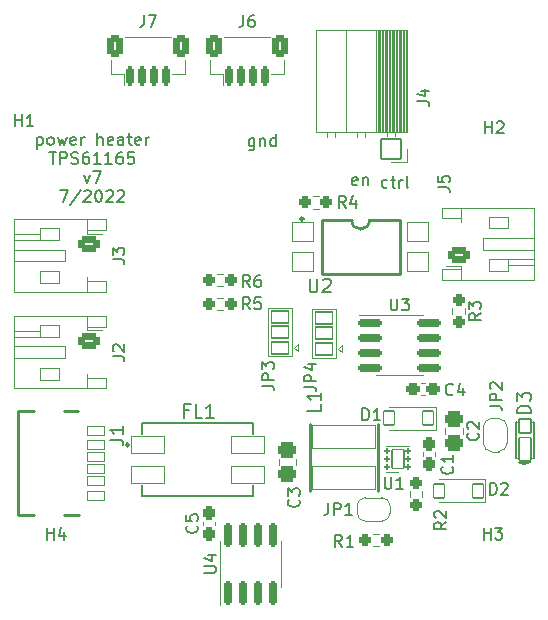
<source format=gbr>
%TF.GenerationSoftware,KiCad,Pcbnew,(6.0.4-0)*%
%TF.CreationDate,2023-08-08T15:54:36-06:00*%
%TF.ProjectId,TPS61165-heater-v8,54505336-3131-4363-952d-686561746572,rev?*%
%TF.SameCoordinates,Original*%
%TF.FileFunction,Legend,Top*%
%TF.FilePolarity,Positive*%
%FSLAX46Y46*%
G04 Gerber Fmt 4.6, Leading zero omitted, Abs format (unit mm)*
G04 Created by KiCad (PCBNEW (6.0.4-0)) date 2023-08-08 15:54:36*
%MOMM*%
%LPD*%
G01*
G04 APERTURE LIST*
G04 Aperture macros list*
%AMRoundRect*
0 Rectangle with rounded corners*
0 $1 Rounding radius*
0 $2 $3 $4 $5 $6 $7 $8 $9 X,Y pos of 4 corners*
0 Add a 4 corners polygon primitive as box body*
4,1,4,$2,$3,$4,$5,$6,$7,$8,$9,$2,$3,0*
0 Add four circle primitives for the rounded corners*
1,1,$1+$1,$2,$3*
1,1,$1+$1,$4,$5*
1,1,$1+$1,$6,$7*
1,1,$1+$1,$8,$9*
0 Add four rect primitives between the rounded corners*
20,1,$1+$1,$2,$3,$4,$5,0*
20,1,$1+$1,$4,$5,$6,$7,0*
20,1,$1+$1,$6,$7,$8,$9,0*
20,1,$1+$1,$8,$9,$2,$3,0*%
%AMFreePoly0*
4,1,37,0.536062,0.786062,0.551000,0.750000,0.551000,-0.750000,0.536062,-0.786062,0.500000,-0.801000,0.000000,-0.801000,-0.012525,-0.795812,-0.080875,-0.794559,-0.095149,-0.792248,-0.230464,-0.749973,-0.243516,-0.743747,-0.361526,-0.665192,-0.372306,-0.655554,-0.463526,-0.547035,-0.471167,-0.534759,-0.528262,-0.405000,-0.532150,-0.391073,-0.549733,-0.256613,-0.548336,-0.256430,-0.551000,-0.250000,
-0.551000,0.250000,-0.550512,0.251179,-0.550356,0.263956,-0.528545,0.404033,-0.524317,0.417860,-0.464069,0.546185,-0.456130,0.558271,-0.362286,0.664529,-0.351274,0.673901,-0.231379,0.749549,-0.218180,0.755454,-0.081873,0.794411,-0.067546,0.796373,-0.011990,0.796033,0.000000,0.801000,0.500000,0.801000,0.536062,0.786062,0.536062,0.786062,$1*%
%AMFreePoly1*
4,1,37,0.012349,0.795885,0.074216,0.795507,0.088518,0.793370,0.224339,0.752751,0.237465,0.746685,0.356427,0.669578,0.367324,0.660073,0.459862,0.552676,0.467652,0.540494,0.526329,0.411442,0.530388,0.397563,0.550485,0.257230,0.551000,0.250000,0.551000,-0.250000,0.550996,-0.250622,0.550847,-0.262838,0.550144,-0.270677,0.526624,-0.410478,0.522228,-0.424254,0.460416,-0.551833,
0.452330,-0.563821,0.357195,-0.668925,0.346069,-0.678161,0.225259,-0.752338,0.211989,-0.758081,0.075216,-0.795370,0.060866,-0.797157,0.011464,-0.796251,0.000000,-0.801000,-0.500000,-0.801000,-0.536062,-0.786062,-0.551000,-0.750000,-0.551000,0.750000,-0.536062,0.786062,-0.500000,0.801000,0.000000,0.801000,0.012349,0.795885,0.012349,0.795885,$1*%
G04 Aperture macros list end*
%ADD10C,0.150000*%
%ADD11C,0.152000*%
%ADD12C,0.120000*%
%ADD13C,0.254000*%
%ADD14C,0.250000*%
%ADD15RoundRect,0.201000X0.150000X-0.825000X0.150000X0.825000X-0.150000X0.825000X-0.150000X-0.825000X0*%
%ADD16RoundRect,0.288500X-0.250000X-0.237500X0.250000X-0.237500X0.250000X0.237500X-0.250000X0.237500X0*%
%ADD17RoundRect,0.288500X0.250000X0.237500X-0.250000X0.237500X-0.250000X-0.237500X0.250000X-0.237500X0*%
%ADD18RoundRect,0.288500X-0.237500X0.250000X-0.237500X-0.250000X0.237500X-0.250000X0.237500X0.250000X0*%
%ADD19RoundRect,0.288500X0.237500X-0.300000X0.237500X0.300000X-0.237500X0.300000X-0.237500X-0.300000X0*%
%ADD20RoundRect,0.288500X-0.300000X-0.237500X0.300000X-0.237500X0.300000X0.237500X-0.300000X0.237500X0*%
%ADD21RoundRect,0.301000X0.475000X-0.337500X0.475000X0.337500X-0.475000X0.337500X-0.475000X-0.337500X0*%
%ADD22RoundRect,0.301000X-0.475000X0.337500X-0.475000X-0.337500X0.475000X-0.337500X0.475000X0.337500X0*%
%ADD23RoundRect,0.301000X-0.625000X0.350000X-0.625000X-0.350000X0.625000X-0.350000X0.625000X0.350000X0*%
%ADD24O,1.852000X1.302000*%
%ADD25RoundRect,0.301000X0.625000X-0.350000X0.625000X0.350000X-0.625000X0.350000X-0.625000X-0.350000X0*%
%ADD26O,1.902000X1.202000*%
%ADD27RoundRect,0.051000X-0.750000X0.350000X-0.750000X-0.350000X0.750000X-0.350000X0.750000X0.350000X0*%
%ADD28RoundRect,0.051000X-0.750000X0.380000X-0.750000X-0.380000X0.750000X-0.380000X0.750000X0.380000X0*%
%ADD29RoundRect,0.051000X-0.750000X0.400000X-0.750000X-0.400000X0.750000X-0.400000X0.750000X0.400000X0*%
%ADD30RoundRect,0.144750X0.093750X0.106250X-0.093750X0.106250X-0.093750X-0.106250X0.093750X-0.106250X0*%
%ADD31RoundRect,0.051000X0.500000X0.800000X-0.500000X0.800000X-0.500000X-0.800000X0.500000X-0.800000X0*%
%ADD32RoundRect,0.051000X2.650000X-1.000000X2.650000X1.000000X-2.650000X1.000000X-2.650000X-1.000000X0*%
%ADD33RoundRect,0.051000X-1.412500X-0.700000X1.412500X-0.700000X1.412500X0.700000X-1.412500X0.700000X0*%
%ADD34RoundRect,0.051000X0.450000X0.600000X-0.450000X0.600000X-0.450000X-0.600000X0.450000X-0.600000X0*%
%ADD35RoundRect,0.051000X-0.850000X0.850000X-0.850000X-0.850000X0.850000X-0.850000X0.850000X0.850000X0*%
%ADD36O,1.802000X1.802000*%
%ADD37RoundRect,0.051000X0.900000X0.800000X-0.900000X0.800000X-0.900000X-0.800000X0.900000X-0.800000X0*%
%ADD38RoundRect,0.201000X-0.150000X-0.625000X0.150000X-0.625000X0.150000X0.625000X-0.150000X0.625000X0*%
%ADD39RoundRect,0.301000X-0.350000X-0.650000X0.350000X-0.650000X0.350000X0.650000X-0.350000X0.650000X0*%
%ADD40RoundRect,0.051000X0.750000X-0.500000X0.750000X0.500000X-0.750000X0.500000X-0.750000X-0.500000X0*%
%ADD41FreePoly0,90.000000*%
%ADD42FreePoly1,90.000000*%
%ADD43RoundRect,0.201000X-0.825000X-0.150000X0.825000X-0.150000X0.825000X0.150000X-0.825000X0.150000X0*%
%ADD44RoundRect,0.051000X-0.505000X0.950000X-0.505000X-0.950000X0.505000X-0.950000X0.505000X0.950000X0*%
%ADD45RoundRect,0.051000X-0.505000X0.590000X-0.505000X-0.590000X0.505000X-0.590000X0.505000X0.590000X0*%
%ADD46C,3.702000*%
%ADD47C,6.502000*%
%ADD48FreePoly0,0.000000*%
%ADD49FreePoly1,0.000000*%
G04 APERTURE END LIST*
D10*
X144538095Y-60204761D02*
X144442857Y-60252380D01*
X144252380Y-60252380D01*
X144157142Y-60204761D01*
X144109523Y-60109523D01*
X144109523Y-59728571D01*
X144157142Y-59633333D01*
X144252380Y-59585714D01*
X144442857Y-59585714D01*
X144538095Y-59633333D01*
X144585714Y-59728571D01*
X144585714Y-59823809D01*
X144109523Y-59919047D01*
X145014285Y-59585714D02*
X145014285Y-60252380D01*
X145014285Y-59680952D02*
X145061904Y-59633333D01*
X145157142Y-59585714D01*
X145300000Y-59585714D01*
X145395238Y-59633333D01*
X145442857Y-59728571D01*
X145442857Y-60252380D01*
X135809523Y-56285714D02*
X135809523Y-57095238D01*
X135761904Y-57190476D01*
X135714285Y-57238095D01*
X135619047Y-57285714D01*
X135476190Y-57285714D01*
X135380952Y-57238095D01*
X135809523Y-56904761D02*
X135714285Y-56952380D01*
X135523809Y-56952380D01*
X135428571Y-56904761D01*
X135380952Y-56857142D01*
X135333333Y-56761904D01*
X135333333Y-56476190D01*
X135380952Y-56380952D01*
X135428571Y-56333333D01*
X135523809Y-56285714D01*
X135714285Y-56285714D01*
X135809523Y-56333333D01*
X136285714Y-56285714D02*
X136285714Y-56952380D01*
X136285714Y-56380952D02*
X136333333Y-56333333D01*
X136428571Y-56285714D01*
X136571428Y-56285714D01*
X136666666Y-56333333D01*
X136714285Y-56428571D01*
X136714285Y-56952380D01*
X137619047Y-56952380D02*
X137619047Y-55952380D01*
X137619047Y-56904761D02*
X137523809Y-56952380D01*
X137333333Y-56952380D01*
X137238095Y-56904761D01*
X137190476Y-56857142D01*
X137142857Y-56761904D01*
X137142857Y-56476190D01*
X137190476Y-56380952D01*
X137238095Y-56333333D01*
X137333333Y-56285714D01*
X137523809Y-56285714D01*
X137619047Y-56333333D01*
X147080952Y-60404761D02*
X146985714Y-60452380D01*
X146795238Y-60452380D01*
X146700000Y-60404761D01*
X146652380Y-60357142D01*
X146604761Y-60261904D01*
X146604761Y-59976190D01*
X146652380Y-59880952D01*
X146700000Y-59833333D01*
X146795238Y-59785714D01*
X146985714Y-59785714D01*
X147080952Y-59833333D01*
X147366666Y-59785714D02*
X147747619Y-59785714D01*
X147509523Y-59452380D02*
X147509523Y-60309523D01*
X147557142Y-60404761D01*
X147652380Y-60452380D01*
X147747619Y-60452380D01*
X148080952Y-60452380D02*
X148080952Y-59785714D01*
X148080952Y-59976190D02*
X148128571Y-59880952D01*
X148176190Y-59833333D01*
X148271428Y-59785714D01*
X148366666Y-59785714D01*
X148842857Y-60452380D02*
X148747619Y-60404761D01*
X148700000Y-60309523D01*
X148700000Y-59452380D01*
X117433333Y-56170714D02*
X117433333Y-57170714D01*
X117433333Y-56218333D02*
X117528571Y-56170714D01*
X117719047Y-56170714D01*
X117814285Y-56218333D01*
X117861904Y-56265952D01*
X117909523Y-56361190D01*
X117909523Y-56646904D01*
X117861904Y-56742142D01*
X117814285Y-56789761D01*
X117719047Y-56837380D01*
X117528571Y-56837380D01*
X117433333Y-56789761D01*
X118480952Y-56837380D02*
X118385714Y-56789761D01*
X118338095Y-56742142D01*
X118290476Y-56646904D01*
X118290476Y-56361190D01*
X118338095Y-56265952D01*
X118385714Y-56218333D01*
X118480952Y-56170714D01*
X118623809Y-56170714D01*
X118719047Y-56218333D01*
X118766666Y-56265952D01*
X118814285Y-56361190D01*
X118814285Y-56646904D01*
X118766666Y-56742142D01*
X118719047Y-56789761D01*
X118623809Y-56837380D01*
X118480952Y-56837380D01*
X119147619Y-56170714D02*
X119338095Y-56837380D01*
X119528571Y-56361190D01*
X119719047Y-56837380D01*
X119909523Y-56170714D01*
X120671428Y-56789761D02*
X120576190Y-56837380D01*
X120385714Y-56837380D01*
X120290476Y-56789761D01*
X120242857Y-56694523D01*
X120242857Y-56313571D01*
X120290476Y-56218333D01*
X120385714Y-56170714D01*
X120576190Y-56170714D01*
X120671428Y-56218333D01*
X120719047Y-56313571D01*
X120719047Y-56408809D01*
X120242857Y-56504047D01*
X121147619Y-56837380D02*
X121147619Y-56170714D01*
X121147619Y-56361190D02*
X121195238Y-56265952D01*
X121242857Y-56218333D01*
X121338095Y-56170714D01*
X121433333Y-56170714D01*
X122528571Y-56837380D02*
X122528571Y-55837380D01*
X122957142Y-56837380D02*
X122957142Y-56313571D01*
X122909523Y-56218333D01*
X122814285Y-56170714D01*
X122671428Y-56170714D01*
X122576190Y-56218333D01*
X122528571Y-56265952D01*
X123814285Y-56789761D02*
X123719047Y-56837380D01*
X123528571Y-56837380D01*
X123433333Y-56789761D01*
X123385714Y-56694523D01*
X123385714Y-56313571D01*
X123433333Y-56218333D01*
X123528571Y-56170714D01*
X123719047Y-56170714D01*
X123814285Y-56218333D01*
X123861904Y-56313571D01*
X123861904Y-56408809D01*
X123385714Y-56504047D01*
X124719047Y-56837380D02*
X124719047Y-56313571D01*
X124671428Y-56218333D01*
X124576190Y-56170714D01*
X124385714Y-56170714D01*
X124290476Y-56218333D01*
X124719047Y-56789761D02*
X124623809Y-56837380D01*
X124385714Y-56837380D01*
X124290476Y-56789761D01*
X124242857Y-56694523D01*
X124242857Y-56599285D01*
X124290476Y-56504047D01*
X124385714Y-56456428D01*
X124623809Y-56456428D01*
X124719047Y-56408809D01*
X125052380Y-56170714D02*
X125433333Y-56170714D01*
X125195238Y-55837380D02*
X125195238Y-56694523D01*
X125242857Y-56789761D01*
X125338095Y-56837380D01*
X125433333Y-56837380D01*
X126147619Y-56789761D02*
X126052380Y-56837380D01*
X125861904Y-56837380D01*
X125766666Y-56789761D01*
X125719047Y-56694523D01*
X125719047Y-56313571D01*
X125766666Y-56218333D01*
X125861904Y-56170714D01*
X126052380Y-56170714D01*
X126147619Y-56218333D01*
X126195238Y-56313571D01*
X126195238Y-56408809D01*
X125719047Y-56504047D01*
X126623809Y-56837380D02*
X126623809Y-56170714D01*
X126623809Y-56361190D02*
X126671428Y-56265952D01*
X126719047Y-56218333D01*
X126814285Y-56170714D01*
X126909523Y-56170714D01*
X118457142Y-57447380D02*
X119028571Y-57447380D01*
X118742857Y-58447380D02*
X118742857Y-57447380D01*
X119361904Y-58447380D02*
X119361904Y-57447380D01*
X119742857Y-57447380D01*
X119838095Y-57495000D01*
X119885714Y-57542619D01*
X119933333Y-57637857D01*
X119933333Y-57780714D01*
X119885714Y-57875952D01*
X119838095Y-57923571D01*
X119742857Y-57971190D01*
X119361904Y-57971190D01*
X120314285Y-58399761D02*
X120457142Y-58447380D01*
X120695238Y-58447380D01*
X120790476Y-58399761D01*
X120838095Y-58352142D01*
X120885714Y-58256904D01*
X120885714Y-58161666D01*
X120838095Y-58066428D01*
X120790476Y-58018809D01*
X120695238Y-57971190D01*
X120504761Y-57923571D01*
X120409523Y-57875952D01*
X120361904Y-57828333D01*
X120314285Y-57733095D01*
X120314285Y-57637857D01*
X120361904Y-57542619D01*
X120409523Y-57495000D01*
X120504761Y-57447380D01*
X120742857Y-57447380D01*
X120885714Y-57495000D01*
X121742857Y-57447380D02*
X121552380Y-57447380D01*
X121457142Y-57495000D01*
X121409523Y-57542619D01*
X121314285Y-57685476D01*
X121266666Y-57875952D01*
X121266666Y-58256904D01*
X121314285Y-58352142D01*
X121361904Y-58399761D01*
X121457142Y-58447380D01*
X121647619Y-58447380D01*
X121742857Y-58399761D01*
X121790476Y-58352142D01*
X121838095Y-58256904D01*
X121838095Y-58018809D01*
X121790476Y-57923571D01*
X121742857Y-57875952D01*
X121647619Y-57828333D01*
X121457142Y-57828333D01*
X121361904Y-57875952D01*
X121314285Y-57923571D01*
X121266666Y-58018809D01*
X122790476Y-58447380D02*
X122219047Y-58447380D01*
X122504761Y-58447380D02*
X122504761Y-57447380D01*
X122409523Y-57590238D01*
X122314285Y-57685476D01*
X122219047Y-57733095D01*
X123742857Y-58447380D02*
X123171428Y-58447380D01*
X123457142Y-58447380D02*
X123457142Y-57447380D01*
X123361904Y-57590238D01*
X123266666Y-57685476D01*
X123171428Y-57733095D01*
X124600000Y-57447380D02*
X124409523Y-57447380D01*
X124314285Y-57495000D01*
X124266666Y-57542619D01*
X124171428Y-57685476D01*
X124123809Y-57875952D01*
X124123809Y-58256904D01*
X124171428Y-58352142D01*
X124219047Y-58399761D01*
X124314285Y-58447380D01*
X124504761Y-58447380D01*
X124600000Y-58399761D01*
X124647619Y-58352142D01*
X124695238Y-58256904D01*
X124695238Y-58018809D01*
X124647619Y-57923571D01*
X124600000Y-57875952D01*
X124504761Y-57828333D01*
X124314285Y-57828333D01*
X124219047Y-57875952D01*
X124171428Y-57923571D01*
X124123809Y-58018809D01*
X125600000Y-57447380D02*
X125123809Y-57447380D01*
X125076190Y-57923571D01*
X125123809Y-57875952D01*
X125219047Y-57828333D01*
X125457142Y-57828333D01*
X125552380Y-57875952D01*
X125600000Y-57923571D01*
X125647619Y-58018809D01*
X125647619Y-58256904D01*
X125600000Y-58352142D01*
X125552380Y-58399761D01*
X125457142Y-58447380D01*
X125219047Y-58447380D01*
X125123809Y-58399761D01*
X125076190Y-58352142D01*
X121385714Y-59390714D02*
X121623809Y-60057380D01*
X121861904Y-59390714D01*
X122147619Y-59057380D02*
X122814285Y-59057380D01*
X122385714Y-60057380D01*
X119338095Y-60667380D02*
X120004761Y-60667380D01*
X119576190Y-61667380D01*
X121100000Y-60619761D02*
X120242857Y-61905476D01*
X121385714Y-60762619D02*
X121433333Y-60715000D01*
X121528571Y-60667380D01*
X121766666Y-60667380D01*
X121861904Y-60715000D01*
X121909523Y-60762619D01*
X121957142Y-60857857D01*
X121957142Y-60953095D01*
X121909523Y-61095952D01*
X121338095Y-61667380D01*
X121957142Y-61667380D01*
X122576190Y-60667380D02*
X122671428Y-60667380D01*
X122766666Y-60715000D01*
X122814285Y-60762619D01*
X122861904Y-60857857D01*
X122909523Y-61048333D01*
X122909523Y-61286428D01*
X122861904Y-61476904D01*
X122814285Y-61572142D01*
X122766666Y-61619761D01*
X122671428Y-61667380D01*
X122576190Y-61667380D01*
X122480952Y-61619761D01*
X122433333Y-61572142D01*
X122385714Y-61476904D01*
X122338095Y-61286428D01*
X122338095Y-61048333D01*
X122385714Y-60857857D01*
X122433333Y-60762619D01*
X122480952Y-60715000D01*
X122576190Y-60667380D01*
X123290476Y-60762619D02*
X123338095Y-60715000D01*
X123433333Y-60667380D01*
X123671428Y-60667380D01*
X123766666Y-60715000D01*
X123814285Y-60762619D01*
X123861904Y-60857857D01*
X123861904Y-60953095D01*
X123814285Y-61095952D01*
X123242857Y-61667380D01*
X123861904Y-61667380D01*
X124242857Y-60762619D02*
X124290476Y-60715000D01*
X124385714Y-60667380D01*
X124623809Y-60667380D01*
X124719047Y-60715000D01*
X124766666Y-60762619D01*
X124814285Y-60857857D01*
X124814285Y-60953095D01*
X124766666Y-61095952D01*
X124195238Y-61667380D01*
X124814285Y-61667380D01*
%TO.C,U4*%
X131552380Y-93061904D02*
X132361904Y-93061904D01*
X132457142Y-93014285D01*
X132504761Y-92966666D01*
X132552380Y-92871428D01*
X132552380Y-92680952D01*
X132504761Y-92585714D01*
X132457142Y-92538095D01*
X132361904Y-92490476D01*
X131552380Y-92490476D01*
X131885714Y-91585714D02*
X132552380Y-91585714D01*
X131504761Y-91823809D02*
X132219047Y-92061904D01*
X132219047Y-91442857D01*
%TO.C,R6*%
X135433333Y-68852380D02*
X135100000Y-68376190D01*
X134861904Y-68852380D02*
X134861904Y-67852380D01*
X135242857Y-67852380D01*
X135338095Y-67900000D01*
X135385714Y-67947619D01*
X135433333Y-68042857D01*
X135433333Y-68185714D01*
X135385714Y-68280952D01*
X135338095Y-68328571D01*
X135242857Y-68376190D01*
X134861904Y-68376190D01*
X136290476Y-67852380D02*
X136100000Y-67852380D01*
X136004761Y-67900000D01*
X135957142Y-67947619D01*
X135861904Y-68090476D01*
X135814285Y-68280952D01*
X135814285Y-68661904D01*
X135861904Y-68757142D01*
X135909523Y-68804761D01*
X136004761Y-68852380D01*
X136195238Y-68852380D01*
X136290476Y-68804761D01*
X136338095Y-68757142D01*
X136385714Y-68661904D01*
X136385714Y-68423809D01*
X136338095Y-68328571D01*
X136290476Y-68280952D01*
X136195238Y-68233333D01*
X136004761Y-68233333D01*
X135909523Y-68280952D01*
X135861904Y-68328571D01*
X135814285Y-68423809D01*
%TO.C,R5*%
X135433333Y-70752380D02*
X135100000Y-70276190D01*
X134861904Y-70752380D02*
X134861904Y-69752380D01*
X135242857Y-69752380D01*
X135338095Y-69800000D01*
X135385714Y-69847619D01*
X135433333Y-69942857D01*
X135433333Y-70085714D01*
X135385714Y-70180952D01*
X135338095Y-70228571D01*
X135242857Y-70276190D01*
X134861904Y-70276190D01*
X136338095Y-69752380D02*
X135861904Y-69752380D01*
X135814285Y-70228571D01*
X135861904Y-70180952D01*
X135957142Y-70133333D01*
X136195238Y-70133333D01*
X136290476Y-70180952D01*
X136338095Y-70228571D01*
X136385714Y-70323809D01*
X136385714Y-70561904D01*
X136338095Y-70657142D01*
X136290476Y-70704761D01*
X136195238Y-70752380D01*
X135957142Y-70752380D01*
X135861904Y-70704761D01*
X135814285Y-70657142D01*
%TO.C,R4*%
X143533333Y-62152380D02*
X143200000Y-61676190D01*
X142961904Y-62152380D02*
X142961904Y-61152380D01*
X143342857Y-61152380D01*
X143438095Y-61200000D01*
X143485714Y-61247619D01*
X143533333Y-61342857D01*
X143533333Y-61485714D01*
X143485714Y-61580952D01*
X143438095Y-61628571D01*
X143342857Y-61676190D01*
X142961904Y-61676190D01*
X144390476Y-61485714D02*
X144390476Y-62152380D01*
X144152380Y-61104761D02*
X143914285Y-61819047D01*
X144533333Y-61819047D01*
%TO.C,R3*%
X154982380Y-71066666D02*
X154506190Y-71400000D01*
X154982380Y-71638095D02*
X153982380Y-71638095D01*
X153982380Y-71257142D01*
X154030000Y-71161904D01*
X154077619Y-71114285D01*
X154172857Y-71066666D01*
X154315714Y-71066666D01*
X154410952Y-71114285D01*
X154458571Y-71161904D01*
X154506190Y-71257142D01*
X154506190Y-71638095D01*
X153982380Y-70733333D02*
X153982380Y-70114285D01*
X154363333Y-70447619D01*
X154363333Y-70304761D01*
X154410952Y-70209523D01*
X154458571Y-70161904D01*
X154553809Y-70114285D01*
X154791904Y-70114285D01*
X154887142Y-70161904D01*
X154934761Y-70209523D01*
X154982380Y-70304761D01*
X154982380Y-70590476D01*
X154934761Y-70685714D01*
X154887142Y-70733333D01*
%TO.C,R2*%
X152052380Y-88766666D02*
X151576190Y-89100000D01*
X152052380Y-89338095D02*
X151052380Y-89338095D01*
X151052380Y-88957142D01*
X151100000Y-88861904D01*
X151147619Y-88814285D01*
X151242857Y-88766666D01*
X151385714Y-88766666D01*
X151480952Y-88814285D01*
X151528571Y-88861904D01*
X151576190Y-88957142D01*
X151576190Y-89338095D01*
X151147619Y-88385714D02*
X151100000Y-88338095D01*
X151052380Y-88242857D01*
X151052380Y-88004761D01*
X151100000Y-87909523D01*
X151147619Y-87861904D01*
X151242857Y-87814285D01*
X151338095Y-87814285D01*
X151480952Y-87861904D01*
X152052380Y-88433333D01*
X152052380Y-87814285D01*
%TO.C,R1*%
X143233333Y-90852380D02*
X142900000Y-90376190D01*
X142661904Y-90852380D02*
X142661904Y-89852380D01*
X143042857Y-89852380D01*
X143138095Y-89900000D01*
X143185714Y-89947619D01*
X143233333Y-90042857D01*
X143233333Y-90185714D01*
X143185714Y-90280952D01*
X143138095Y-90328571D01*
X143042857Y-90376190D01*
X142661904Y-90376190D01*
X144185714Y-90852380D02*
X143614285Y-90852380D01*
X143900000Y-90852380D02*
X143900000Y-89852380D01*
X143804761Y-89995238D01*
X143709523Y-90090476D01*
X143614285Y-90138095D01*
%TO.C,C5*%
X130927142Y-89066666D02*
X130974761Y-89114285D01*
X131022380Y-89257142D01*
X131022380Y-89352380D01*
X130974761Y-89495238D01*
X130879523Y-89590476D01*
X130784285Y-89638095D01*
X130593809Y-89685714D01*
X130450952Y-89685714D01*
X130260476Y-89638095D01*
X130165238Y-89590476D01*
X130070000Y-89495238D01*
X130022380Y-89352380D01*
X130022380Y-89257142D01*
X130070000Y-89114285D01*
X130117619Y-89066666D01*
X130022380Y-88161904D02*
X130022380Y-88638095D01*
X130498571Y-88685714D01*
X130450952Y-88638095D01*
X130403333Y-88542857D01*
X130403333Y-88304761D01*
X130450952Y-88209523D01*
X130498571Y-88161904D01*
X130593809Y-88114285D01*
X130831904Y-88114285D01*
X130927142Y-88161904D01*
X130974761Y-88209523D01*
X131022380Y-88304761D01*
X131022380Y-88542857D01*
X130974761Y-88638095D01*
X130927142Y-88685714D01*
%TO.C,C4*%
X152633333Y-77957142D02*
X152585714Y-78004761D01*
X152442857Y-78052380D01*
X152347619Y-78052380D01*
X152204761Y-78004761D01*
X152109523Y-77909523D01*
X152061904Y-77814285D01*
X152014285Y-77623809D01*
X152014285Y-77480952D01*
X152061904Y-77290476D01*
X152109523Y-77195238D01*
X152204761Y-77100000D01*
X152347619Y-77052380D01*
X152442857Y-77052380D01*
X152585714Y-77100000D01*
X152633333Y-77147619D01*
X153490476Y-77385714D02*
X153490476Y-78052380D01*
X153252380Y-77004761D02*
X153014285Y-77719047D01*
X153633333Y-77719047D01*
%TO.C,C3*%
X139557142Y-86866666D02*
X139604761Y-86914285D01*
X139652380Y-87057142D01*
X139652380Y-87152380D01*
X139604761Y-87295238D01*
X139509523Y-87390476D01*
X139414285Y-87438095D01*
X139223809Y-87485714D01*
X139080952Y-87485714D01*
X138890476Y-87438095D01*
X138795238Y-87390476D01*
X138700000Y-87295238D01*
X138652380Y-87152380D01*
X138652380Y-87057142D01*
X138700000Y-86914285D01*
X138747619Y-86866666D01*
X138652380Y-86533333D02*
X138652380Y-85914285D01*
X139033333Y-86247619D01*
X139033333Y-86104761D01*
X139080952Y-86009523D01*
X139128571Y-85961904D01*
X139223809Y-85914285D01*
X139461904Y-85914285D01*
X139557142Y-85961904D01*
X139604761Y-86009523D01*
X139652380Y-86104761D01*
X139652380Y-86390476D01*
X139604761Y-86485714D01*
X139557142Y-86533333D01*
%TO.C,C2*%
X154737142Y-81241666D02*
X154784761Y-81289285D01*
X154832380Y-81432142D01*
X154832380Y-81527380D01*
X154784761Y-81670238D01*
X154689523Y-81765476D01*
X154594285Y-81813095D01*
X154403809Y-81860714D01*
X154260952Y-81860714D01*
X154070476Y-81813095D01*
X153975238Y-81765476D01*
X153880000Y-81670238D01*
X153832380Y-81527380D01*
X153832380Y-81432142D01*
X153880000Y-81289285D01*
X153927619Y-81241666D01*
X153927619Y-80860714D02*
X153880000Y-80813095D01*
X153832380Y-80717857D01*
X153832380Y-80479761D01*
X153880000Y-80384523D01*
X153927619Y-80336904D01*
X154022857Y-80289285D01*
X154118095Y-80289285D01*
X154260952Y-80336904D01*
X154832380Y-80908333D01*
X154832380Y-80289285D01*
%TO.C,C1*%
X152557142Y-84066666D02*
X152604761Y-84114285D01*
X152652380Y-84257142D01*
X152652380Y-84352380D01*
X152604761Y-84495238D01*
X152509523Y-84590476D01*
X152414285Y-84638095D01*
X152223809Y-84685714D01*
X152080952Y-84685714D01*
X151890476Y-84638095D01*
X151795238Y-84590476D01*
X151700000Y-84495238D01*
X151652380Y-84352380D01*
X151652380Y-84257142D01*
X151700000Y-84114285D01*
X151747619Y-84066666D01*
X152652380Y-83114285D02*
X152652380Y-83685714D01*
X152652380Y-83400000D02*
X151652380Y-83400000D01*
X151795238Y-83495238D01*
X151890476Y-83590476D01*
X151938095Y-83685714D01*
%TO.C,J2*%
X123802380Y-74733333D02*
X124516666Y-74733333D01*
X124659523Y-74780952D01*
X124754761Y-74876190D01*
X124802380Y-75019047D01*
X124802380Y-75114285D01*
X123897619Y-74304761D02*
X123850000Y-74257142D01*
X123802380Y-74161904D01*
X123802380Y-73923809D01*
X123850000Y-73828571D01*
X123897619Y-73780952D01*
X123992857Y-73733333D01*
X124088095Y-73733333D01*
X124230952Y-73780952D01*
X124802380Y-74352380D01*
X124802380Y-73733333D01*
%TO.C,J5*%
X151352380Y-60433333D02*
X152066666Y-60433333D01*
X152209523Y-60480952D01*
X152304761Y-60576190D01*
X152352380Y-60719047D01*
X152352380Y-60814285D01*
X151352380Y-59480952D02*
X151352380Y-59957142D01*
X151828571Y-60004761D01*
X151780952Y-59957142D01*
X151733333Y-59861904D01*
X151733333Y-59623809D01*
X151780952Y-59528571D01*
X151828571Y-59480952D01*
X151923809Y-59433333D01*
X152161904Y-59433333D01*
X152257142Y-59480952D01*
X152304761Y-59528571D01*
X152352380Y-59623809D01*
X152352380Y-59861904D01*
X152304761Y-59957142D01*
X152257142Y-60004761D01*
D11*
%TO.C,J1*%
X123563071Y-81802485D02*
X124379500Y-81802485D01*
X124542785Y-81856914D01*
X124651642Y-81965771D01*
X124706071Y-82129057D01*
X124706071Y-82237914D01*
X124706071Y-80659485D02*
X124706071Y-81312628D01*
X124706071Y-80986057D02*
X123563071Y-80986057D01*
X123726357Y-81094914D01*
X123835214Y-81203771D01*
X123889642Y-81312628D01*
D10*
%TO.C,U1*%
X146838095Y-84952380D02*
X146838095Y-85761904D01*
X146885714Y-85857142D01*
X146933333Y-85904761D01*
X147028571Y-85952380D01*
X147219047Y-85952380D01*
X147314285Y-85904761D01*
X147361904Y-85857142D01*
X147409523Y-85761904D01*
X147409523Y-84952380D01*
X148409523Y-85952380D02*
X147838095Y-85952380D01*
X148123809Y-85952380D02*
X148123809Y-84952380D01*
X148028571Y-85095238D01*
X147933333Y-85190476D01*
X147838095Y-85238095D01*
D11*
%TO.C,L1*%
X141417071Y-78784771D02*
X141417071Y-79329057D01*
X140274071Y-79329057D01*
X141417071Y-77805057D02*
X141417071Y-78458200D01*
X141417071Y-78131628D02*
X140274071Y-78131628D01*
X140437357Y-78240485D01*
X140546214Y-78349342D01*
X140600642Y-78458200D01*
%TO.C,FL1*%
X130251942Y-79318357D02*
X129870942Y-79318357D01*
X129870942Y-79917071D02*
X129870942Y-78774071D01*
X130415228Y-78774071D01*
X131394942Y-79917071D02*
X130850657Y-79917071D01*
X130850657Y-78774071D01*
X132374657Y-79917071D02*
X131721514Y-79917071D01*
X132048085Y-79917071D02*
X132048085Y-78774071D01*
X131939228Y-78937357D01*
X131830371Y-79046214D01*
X131721514Y-79100642D01*
D10*
%TO.C,D1*%
X144961904Y-80152380D02*
X144961904Y-79152380D01*
X145200000Y-79152380D01*
X145342857Y-79200000D01*
X145438095Y-79295238D01*
X145485714Y-79390476D01*
X145533333Y-79580952D01*
X145533333Y-79723809D01*
X145485714Y-79914285D01*
X145438095Y-80009523D01*
X145342857Y-80104761D01*
X145200000Y-80152380D01*
X144961904Y-80152380D01*
X146485714Y-80152380D02*
X145914285Y-80152380D01*
X146200000Y-80152380D02*
X146200000Y-79152380D01*
X146104761Y-79295238D01*
X146009523Y-79390476D01*
X145914285Y-79438095D01*
%TO.C,J4*%
X149622380Y-53153333D02*
X150336666Y-53153333D01*
X150479523Y-53200952D01*
X150574761Y-53296190D01*
X150622380Y-53439047D01*
X150622380Y-53534285D01*
X149955714Y-52248571D02*
X150622380Y-52248571D01*
X149574761Y-52486666D02*
X150289047Y-52724761D01*
X150289047Y-52105714D01*
D11*
%TO.C,U2*%
X140487342Y-68174071D02*
X140487342Y-69099357D01*
X140541771Y-69208214D01*
X140596200Y-69262642D01*
X140705057Y-69317071D01*
X140922771Y-69317071D01*
X141031628Y-69262642D01*
X141086057Y-69208214D01*
X141140485Y-69099357D01*
X141140485Y-68174071D01*
X141630342Y-68282928D02*
X141684771Y-68228500D01*
X141793628Y-68174071D01*
X142065771Y-68174071D01*
X142174628Y-68228500D01*
X142229057Y-68282928D01*
X142283485Y-68391785D01*
X142283485Y-68500642D01*
X142229057Y-68663928D01*
X141575914Y-69317071D01*
X142283485Y-69317071D01*
D10*
%TO.C,J6*%
X134866666Y-45852380D02*
X134866666Y-46566666D01*
X134819047Y-46709523D01*
X134723809Y-46804761D01*
X134580952Y-46852380D01*
X134485714Y-46852380D01*
X135771428Y-45852380D02*
X135580952Y-45852380D01*
X135485714Y-45900000D01*
X135438095Y-45947619D01*
X135342857Y-46090476D01*
X135295238Y-46280952D01*
X135295238Y-46661904D01*
X135342857Y-46757142D01*
X135390476Y-46804761D01*
X135485714Y-46852380D01*
X135676190Y-46852380D01*
X135771428Y-46804761D01*
X135819047Y-46757142D01*
X135866666Y-46661904D01*
X135866666Y-46423809D01*
X135819047Y-46328571D01*
X135771428Y-46280952D01*
X135676190Y-46233333D01*
X135485714Y-46233333D01*
X135390476Y-46280952D01*
X135342857Y-46328571D01*
X135295238Y-46423809D01*
%TO.C,JP3*%
X136452380Y-77233333D02*
X137166666Y-77233333D01*
X137309523Y-77280952D01*
X137404761Y-77376190D01*
X137452380Y-77519047D01*
X137452380Y-77614285D01*
X137452380Y-76757142D02*
X136452380Y-76757142D01*
X136452380Y-76376190D01*
X136500000Y-76280952D01*
X136547619Y-76233333D01*
X136642857Y-76185714D01*
X136785714Y-76185714D01*
X136880952Y-76233333D01*
X136928571Y-76280952D01*
X136976190Y-76376190D01*
X136976190Y-76757142D01*
X136452380Y-75852380D02*
X136452380Y-75233333D01*
X136833333Y-75566666D01*
X136833333Y-75423809D01*
X136880952Y-75328571D01*
X136928571Y-75280952D01*
X137023809Y-75233333D01*
X137261904Y-75233333D01*
X137357142Y-75280952D01*
X137404761Y-75328571D01*
X137452380Y-75423809D01*
X137452380Y-75709523D01*
X137404761Y-75804761D01*
X137357142Y-75852380D01*
%TO.C,JP4*%
X140052380Y-77333333D02*
X140766666Y-77333333D01*
X140909523Y-77380952D01*
X141004761Y-77476190D01*
X141052380Y-77619047D01*
X141052380Y-77714285D01*
X141052380Y-76857142D02*
X140052380Y-76857142D01*
X140052380Y-76476190D01*
X140100000Y-76380952D01*
X140147619Y-76333333D01*
X140242857Y-76285714D01*
X140385714Y-76285714D01*
X140480952Y-76333333D01*
X140528571Y-76380952D01*
X140576190Y-76476190D01*
X140576190Y-76857142D01*
X140385714Y-75428571D02*
X141052380Y-75428571D01*
X140004761Y-75666666D02*
X140719047Y-75904761D01*
X140719047Y-75285714D01*
%TO.C,D2*%
X155761904Y-86452380D02*
X155761904Y-85452380D01*
X156000000Y-85452380D01*
X156142857Y-85500000D01*
X156238095Y-85595238D01*
X156285714Y-85690476D01*
X156333333Y-85880952D01*
X156333333Y-86023809D01*
X156285714Y-86214285D01*
X156238095Y-86309523D01*
X156142857Y-86404761D01*
X156000000Y-86452380D01*
X155761904Y-86452380D01*
X156714285Y-85547619D02*
X156761904Y-85500000D01*
X156857142Y-85452380D01*
X157095238Y-85452380D01*
X157190476Y-85500000D01*
X157238095Y-85547619D01*
X157285714Y-85642857D01*
X157285714Y-85738095D01*
X157238095Y-85880952D01*
X156666666Y-86452380D01*
X157285714Y-86452380D01*
%TO.C,JP2*%
X155752380Y-78933333D02*
X156466666Y-78933333D01*
X156609523Y-78980952D01*
X156704761Y-79076190D01*
X156752380Y-79219047D01*
X156752380Y-79314285D01*
X156752380Y-78457142D02*
X155752380Y-78457142D01*
X155752380Y-78076190D01*
X155800000Y-77980952D01*
X155847619Y-77933333D01*
X155942857Y-77885714D01*
X156085714Y-77885714D01*
X156180952Y-77933333D01*
X156228571Y-77980952D01*
X156276190Y-78076190D01*
X156276190Y-78457142D01*
X155847619Y-77504761D02*
X155800000Y-77457142D01*
X155752380Y-77361904D01*
X155752380Y-77123809D01*
X155800000Y-77028571D01*
X155847619Y-76980952D01*
X155942857Y-76933333D01*
X156038095Y-76933333D01*
X156180952Y-76980952D01*
X156752380Y-77552380D01*
X156752380Y-76933333D01*
%TO.C,U3*%
X147338095Y-69852380D02*
X147338095Y-70661904D01*
X147385714Y-70757142D01*
X147433333Y-70804761D01*
X147528571Y-70852380D01*
X147719047Y-70852380D01*
X147814285Y-70804761D01*
X147861904Y-70757142D01*
X147909523Y-70661904D01*
X147909523Y-69852380D01*
X148290476Y-69852380D02*
X148909523Y-69852380D01*
X148576190Y-70233333D01*
X148719047Y-70233333D01*
X148814285Y-70280952D01*
X148861904Y-70328571D01*
X148909523Y-70423809D01*
X148909523Y-70661904D01*
X148861904Y-70757142D01*
X148814285Y-70804761D01*
X148719047Y-70852380D01*
X148433333Y-70852380D01*
X148338095Y-70804761D01*
X148290476Y-70757142D01*
D11*
%TO.C,D3*%
X159217071Y-79558228D02*
X158074071Y-79558228D01*
X158074071Y-79286085D01*
X158128500Y-79122800D01*
X158237357Y-79013942D01*
X158346214Y-78959514D01*
X158563928Y-78905085D01*
X158727214Y-78905085D01*
X158944928Y-78959514D01*
X159053785Y-79013942D01*
X159162642Y-79122800D01*
X159217071Y-79286085D01*
X159217071Y-79558228D01*
X158074071Y-78524085D02*
X158074071Y-77816514D01*
X158509500Y-78197514D01*
X158509500Y-78034228D01*
X158563928Y-77925371D01*
X158618357Y-77870942D01*
X158727214Y-77816514D01*
X158999357Y-77816514D01*
X159108214Y-77870942D01*
X159162642Y-77925371D01*
X159217071Y-78034228D01*
X159217071Y-78360800D01*
X159162642Y-78469657D01*
X159108214Y-78524085D01*
D10*
%TO.C,J3*%
X123802380Y-66533333D02*
X124516666Y-66533333D01*
X124659523Y-66580952D01*
X124754761Y-66676190D01*
X124802380Y-66819047D01*
X124802380Y-66914285D01*
X123802380Y-66152380D02*
X123802380Y-65533333D01*
X124183333Y-65866666D01*
X124183333Y-65723809D01*
X124230952Y-65628571D01*
X124278571Y-65580952D01*
X124373809Y-65533333D01*
X124611904Y-65533333D01*
X124707142Y-65580952D01*
X124754761Y-65628571D01*
X124802380Y-65723809D01*
X124802380Y-66009523D01*
X124754761Y-66104761D01*
X124707142Y-66152380D01*
%TO.C,H4*%
X118238095Y-90252380D02*
X118238095Y-89252380D01*
X118238095Y-89728571D02*
X118809523Y-89728571D01*
X118809523Y-90252380D02*
X118809523Y-89252380D01*
X119714285Y-89585714D02*
X119714285Y-90252380D01*
X119476190Y-89204761D02*
X119238095Y-89919047D01*
X119857142Y-89919047D01*
%TO.C,J7*%
X126466666Y-45852380D02*
X126466666Y-46566666D01*
X126419047Y-46709523D01*
X126323809Y-46804761D01*
X126180952Y-46852380D01*
X126085714Y-46852380D01*
X126847619Y-45852380D02*
X127514285Y-45852380D01*
X127085714Y-46852380D01*
%TO.C,JP1*%
X142066666Y-87152380D02*
X142066666Y-87866666D01*
X142019047Y-88009523D01*
X141923809Y-88104761D01*
X141780952Y-88152380D01*
X141685714Y-88152380D01*
X142542857Y-88152380D02*
X142542857Y-87152380D01*
X142923809Y-87152380D01*
X143019047Y-87200000D01*
X143066666Y-87247619D01*
X143114285Y-87342857D01*
X143114285Y-87485714D01*
X143066666Y-87580952D01*
X143019047Y-87628571D01*
X142923809Y-87676190D01*
X142542857Y-87676190D01*
X144066666Y-88152380D02*
X143495238Y-88152380D01*
X143780952Y-88152380D02*
X143780952Y-87152380D01*
X143685714Y-87295238D01*
X143590476Y-87390476D01*
X143495238Y-87438095D01*
%TO.C,H3*%
X155238095Y-90252380D02*
X155238095Y-89252380D01*
X155238095Y-89728571D02*
X155809523Y-89728571D01*
X155809523Y-90252380D02*
X155809523Y-89252380D01*
X156190476Y-89252380D02*
X156809523Y-89252380D01*
X156476190Y-89633333D01*
X156619047Y-89633333D01*
X156714285Y-89680952D01*
X156761904Y-89728571D01*
X156809523Y-89823809D01*
X156809523Y-90061904D01*
X156761904Y-90157142D01*
X156714285Y-90204761D01*
X156619047Y-90252380D01*
X156333333Y-90252380D01*
X156238095Y-90204761D01*
X156190476Y-90157142D01*
%TO.C,H2*%
X155338095Y-55852380D02*
X155338095Y-54852380D01*
X155338095Y-55328571D02*
X155909523Y-55328571D01*
X155909523Y-55852380D02*
X155909523Y-54852380D01*
X156338095Y-54947619D02*
X156385714Y-54900000D01*
X156480952Y-54852380D01*
X156719047Y-54852380D01*
X156814285Y-54900000D01*
X156861904Y-54947619D01*
X156909523Y-55042857D01*
X156909523Y-55138095D01*
X156861904Y-55280952D01*
X156290476Y-55852380D01*
X156909523Y-55852380D01*
%TO.C,H1*%
X115538095Y-55252380D02*
X115538095Y-54252380D01*
X115538095Y-54728571D02*
X116109523Y-54728571D01*
X116109523Y-55252380D02*
X116109523Y-54252380D01*
X117109523Y-55252380D02*
X116538095Y-55252380D01*
X116823809Y-55252380D02*
X116823809Y-54252380D01*
X116728571Y-54395238D01*
X116633333Y-54490476D01*
X116538095Y-54538095D01*
D12*
%TO.C,U4*%
X132940000Y-92300000D02*
X132940000Y-90350000D01*
X138060000Y-92300000D02*
X138060000Y-90350000D01*
X132940000Y-92300000D02*
X132940000Y-95750000D01*
X138060000Y-92300000D02*
X138060000Y-94250000D01*
%TO.C,R6*%
X132645276Y-67777500D02*
X133154724Y-67777500D01*
X132645276Y-68822500D02*
X133154724Y-68822500D01*
%TO.C,R5*%
X132645276Y-69777500D02*
X133154724Y-69777500D01*
X132645276Y-70822500D02*
X133154724Y-70822500D01*
%TO.C,R4*%
X141254724Y-62222500D02*
X140745276Y-62222500D01*
X141254724Y-61177500D02*
X140745276Y-61177500D01*
%TO.C,R3*%
X153622500Y-70645276D02*
X153622500Y-71154724D01*
X152577500Y-70645276D02*
X152577500Y-71154724D01*
%TO.C,R2*%
X150022500Y-86145276D02*
X150022500Y-86654724D01*
X148977500Y-86145276D02*
X148977500Y-86654724D01*
%TO.C,R1*%
X145845276Y-89777500D02*
X146354724Y-89777500D01*
X145845276Y-90822500D02*
X146354724Y-90822500D01*
%TO.C,C5*%
X131490000Y-89046267D02*
X131490000Y-88753733D01*
X132510000Y-89046267D02*
X132510000Y-88753733D01*
%TO.C,C4*%
X149953733Y-76990000D02*
X150246267Y-76990000D01*
X149953733Y-78010000D02*
X150246267Y-78010000D01*
%TO.C,C3*%
X137865000Y-83961252D02*
X137865000Y-83438748D01*
X139335000Y-83961252D02*
X139335000Y-83438748D01*
%TO.C,C2*%
X153435000Y-80813748D02*
X153435000Y-81336252D01*
X151965000Y-80813748D02*
X151965000Y-81336252D01*
%TO.C,C1*%
X150090000Y-83146267D02*
X150090000Y-82853733D01*
X151110000Y-83146267D02*
X151110000Y-82853733D01*
%TO.C,J2*%
X117700000Y-73100000D02*
X115440000Y-73100000D01*
X121660000Y-71340000D02*
X121660000Y-72260000D01*
X119300000Y-72100000D02*
X117700000Y-72100000D01*
X119300000Y-73100000D02*
X119300000Y-72100000D01*
X117700000Y-72100000D02*
X117700000Y-73100000D01*
X117700000Y-76700000D02*
X117700000Y-75700000D01*
X117700000Y-73100000D02*
X119300000Y-73100000D01*
X117700000Y-75700000D02*
X119300000Y-75700000D01*
X121660000Y-76540000D02*
X121660000Y-76260000D01*
X115440000Y-71340000D02*
X115440000Y-77460000D01*
X121660000Y-72260000D02*
X123260000Y-72260000D01*
X121660000Y-72540000D02*
X121660000Y-72260000D01*
X115440000Y-73900000D02*
X119800000Y-73900000D01*
X123260000Y-71340000D02*
X115440000Y-71340000D01*
X119300000Y-76700000D02*
X117700000Y-76700000D01*
X117700000Y-72600000D02*
X115440000Y-72600000D01*
X119800000Y-73900000D02*
X119800000Y-74900000D01*
X119800000Y-74900000D02*
X115440000Y-74900000D01*
X123260000Y-76540000D02*
X121660000Y-76540000D01*
X121660000Y-77460000D02*
X121660000Y-76540000D01*
X121660000Y-72540000D02*
X122875000Y-72540000D01*
X115440000Y-77460000D02*
X123260000Y-77460000D01*
X123260000Y-77460000D02*
X123260000Y-76540000D01*
X119300000Y-75700000D02*
X119300000Y-76700000D01*
X123260000Y-72260000D02*
X123260000Y-71340000D01*
%TO.C,J5*%
X155650000Y-63900000D02*
X155650000Y-62900000D01*
X157250000Y-67500000D02*
X157250000Y-66500000D01*
X155650000Y-62900000D02*
X157250000Y-62900000D01*
X151690000Y-67340000D02*
X151690000Y-68260000D01*
X151690000Y-62140000D02*
X151690000Y-63060000D01*
X153290000Y-63060000D02*
X153290000Y-63340000D01*
X159510000Y-65700000D02*
X155150000Y-65700000D01*
X155150000Y-64700000D02*
X159510000Y-64700000D01*
X159510000Y-68260000D02*
X159510000Y-62140000D01*
X157250000Y-66500000D02*
X159510000Y-66500000D01*
X159510000Y-62140000D02*
X151690000Y-62140000D01*
X153290000Y-67060000D02*
X153290000Y-67340000D01*
X157250000Y-63900000D02*
X155650000Y-63900000D01*
X155650000Y-67500000D02*
X157250000Y-67500000D01*
X151690000Y-68260000D02*
X159510000Y-68260000D01*
X151690000Y-63060000D02*
X153290000Y-63060000D01*
X153290000Y-67340000D02*
X151690000Y-67340000D01*
X157250000Y-62900000D02*
X157250000Y-63900000D01*
X153290000Y-67060000D02*
X152075000Y-67060000D01*
X157250000Y-67000000D02*
X159510000Y-67000000D01*
X155650000Y-66500000D02*
X155650000Y-67500000D01*
X153290000Y-62140000D02*
X153290000Y-63060000D01*
X155150000Y-65700000D02*
X155150000Y-64700000D01*
X153290000Y-68260000D02*
X153290000Y-67340000D01*
X157250000Y-66500000D02*
X155650000Y-66500000D01*
D13*
%TO.C,J1*%
X115814000Y-79390000D02*
X115814000Y-88210000D01*
X120904000Y-79400000D02*
X119664000Y-79400000D01*
X115813000Y-88209000D02*
X117164000Y-88209000D01*
X115814000Y-79400000D02*
X117194000Y-79400000D01*
X120952000Y-88200000D02*
X119712000Y-88200000D01*
D12*
%TO.C,U1*%
X147930000Y-84540000D02*
X146930000Y-84540000D01*
X148930000Y-82320000D02*
X146930000Y-82320000D01*
D13*
%TO.C,L1*%
X146300000Y-86150000D02*
X146300000Y-80450000D01*
X140500000Y-86150000D02*
X140500000Y-80450000D01*
D11*
%TO.C,FL1*%
X135676000Y-86576000D02*
X135676000Y-85660000D01*
X126324000Y-85660000D02*
X126324000Y-86576000D01*
X126324000Y-81340000D02*
X126324000Y-80424000D01*
X135676000Y-80424000D02*
X135676000Y-81340000D01*
X135676000Y-86576000D02*
X135676000Y-86576000D01*
X126324000Y-80424000D02*
X126324000Y-80424000D01*
X135676000Y-80424000D02*
X135676000Y-80424000D01*
X126324000Y-80424000D02*
X135676000Y-80424000D01*
X126324000Y-86576000D02*
X126324000Y-86576000D01*
X126324000Y-86576000D02*
X135676000Y-86576000D01*
D14*
X125175000Y-82230000D02*
G75*
G03*
X125175000Y-82230000I-125000J0D01*
G01*
D12*
%TO.C,D1*%
X151150000Y-81000000D02*
X151150000Y-79000000D01*
X151150000Y-81000000D02*
X147250000Y-81000000D01*
X151150000Y-79000000D02*
X147250000Y-79000000D01*
%TO.C,J4*%
X148730000Y-47110000D02*
X140990000Y-47110000D01*
X146484290Y-47110000D02*
X146484290Y-55740000D01*
X144500000Y-55740000D02*
X144500000Y-56150000D01*
X147760000Y-55740000D02*
X147760000Y-56090000D01*
X147429050Y-47110000D02*
X147429050Y-55740000D01*
X148610000Y-47110000D02*
X148610000Y-55740000D01*
X145220000Y-55740000D02*
X145220000Y-56150000D01*
X141960000Y-55740000D02*
X141960000Y-56150000D01*
X148255715Y-47110000D02*
X148255715Y-55740000D01*
X147665240Y-47110000D02*
X147665240Y-55740000D01*
X146720480Y-47110000D02*
X146720480Y-55740000D01*
X148491905Y-47110000D02*
X148491905Y-55740000D01*
X147310955Y-47110000D02*
X147310955Y-55740000D01*
X147192860Y-47110000D02*
X147192860Y-55740000D01*
X147547145Y-47110000D02*
X147547145Y-55740000D01*
X146602385Y-47110000D02*
X146602385Y-55740000D01*
X148730000Y-55740000D02*
X140990000Y-55740000D01*
X142680000Y-55740000D02*
X142680000Y-56150000D01*
X148019525Y-47110000D02*
X148019525Y-55740000D01*
X147040000Y-55740000D02*
X147040000Y-56090000D01*
X148373810Y-47110000D02*
X148373810Y-55740000D01*
X146366195Y-47110000D02*
X146366195Y-55740000D01*
X148137620Y-47110000D02*
X148137620Y-55740000D01*
X146838575Y-47110000D02*
X146838575Y-55740000D01*
X147901430Y-47110000D02*
X147901430Y-55740000D01*
X148730000Y-47110000D02*
X148730000Y-55740000D01*
X147783335Y-47110000D02*
X147783335Y-55740000D01*
X146956670Y-47110000D02*
X146956670Y-55740000D01*
X147074765Y-47110000D02*
X147074765Y-55740000D01*
X143590000Y-47110000D02*
X143590000Y-55740000D01*
X140990000Y-47110000D02*
X140990000Y-55740000D01*
X146130000Y-47110000D02*
X146130000Y-55740000D01*
X148730000Y-58310000D02*
X147400000Y-58310000D01*
X148730000Y-57200000D02*
X148730000Y-58310000D01*
X146248100Y-47110000D02*
X146248100Y-55740000D01*
D13*
%TO.C,U2*%
X148100000Y-67800000D02*
X141500000Y-67800000D01*
X148100000Y-63200000D02*
X145562000Y-63200000D01*
X141500000Y-63200000D02*
X144038000Y-63200000D01*
X141500000Y-67800000D02*
X141500000Y-63200000D01*
X148100000Y-63200000D02*
X148100000Y-67800000D01*
X144038000Y-63198000D02*
G75*
G03*
X145562000Y-63200000I762000J-1000D01*
G01*
X139974000Y-63087000D02*
G75*
G03*
X139974000Y-63087000I-127000J0D01*
G01*
D12*
%TO.C,J6*%
X138310000Y-50810000D02*
X137260000Y-50810000D01*
X132090000Y-49660000D02*
X132090000Y-50810000D01*
X133260000Y-47690000D02*
X137140000Y-47690000D01*
X132090000Y-50810000D02*
X133140000Y-50810000D01*
X133140000Y-50810000D02*
X133140000Y-51800000D01*
X138310000Y-49660000D02*
X138310000Y-50810000D01*
%TO.C,JP3*%
X139000000Y-70650000D02*
X139000000Y-74750000D01*
X139500000Y-74300000D02*
X139500000Y-73700000D01*
X137000000Y-74750000D02*
X137000000Y-70650000D01*
X139200000Y-74000000D02*
X139500000Y-73700000D01*
X139000000Y-74750000D02*
X137000000Y-74750000D01*
X139200000Y-74000000D02*
X139500000Y-74300000D01*
X137000000Y-70650000D02*
X139000000Y-70650000D01*
%TO.C,JP4*%
X140700000Y-70750000D02*
X142700000Y-70750000D01*
X143200000Y-74400000D02*
X143200000Y-73800000D01*
X142900000Y-74100000D02*
X143200000Y-74400000D01*
X142700000Y-70750000D02*
X142700000Y-74850000D01*
X140700000Y-74850000D02*
X140700000Y-70750000D01*
X142700000Y-74850000D02*
X140700000Y-74850000D01*
X142900000Y-74100000D02*
X143200000Y-73800000D01*
%TO.C,D2*%
X155350000Y-87100000D02*
X151450000Y-87100000D01*
X155350000Y-87100000D02*
X155350000Y-85100000D01*
X155350000Y-85100000D02*
X151450000Y-85100000D01*
%TO.C,JP2*%
X157200000Y-80700000D02*
X157200000Y-82100000D01*
X155200000Y-82100000D02*
X155200000Y-80700000D01*
X156500000Y-82800000D02*
X155900000Y-82800000D01*
X155900000Y-80000000D02*
X156500000Y-80000000D01*
X157200000Y-80700000D02*
G75*
G03*
X156500000Y-80000000I-700000J0D01*
G01*
X156500000Y-82800000D02*
G75*
G03*
X157200000Y-82100000I1J699999D01*
G01*
X155200000Y-82100000D02*
G75*
G03*
X155900000Y-82800000I699999J-1D01*
G01*
X155900000Y-80000000D02*
G75*
G03*
X155200000Y-80700000I0J-700000D01*
G01*
%TO.C,U3*%
X148100000Y-76360000D02*
X150050000Y-76360000D01*
X148100000Y-76360000D02*
X146150000Y-76360000D01*
X148100000Y-71240000D02*
X150050000Y-71240000D01*
X148100000Y-71240000D02*
X144650000Y-71240000D01*
D11*
%TO.C,D3*%
X159450000Y-83385000D02*
X159450000Y-81635000D01*
X158020000Y-80285000D02*
X157950000Y-80285000D01*
X159450000Y-80285000D02*
X159380000Y-80285000D01*
X157950000Y-83385000D02*
X158020000Y-83385000D01*
X159450000Y-81785000D02*
X159450000Y-80285000D01*
X159380000Y-83385000D02*
X159450000Y-83385000D01*
X157950000Y-80285000D02*
X157950000Y-83385000D01*
G36*
X159208000Y-83632000D02*
G01*
X159209000Y-83787000D01*
X158673000Y-83963000D01*
X158172000Y-83784000D01*
X158176000Y-83628000D01*
X158176000Y-83625000D01*
X159208000Y-83632000D01*
G37*
D12*
%TO.C,J3*%
X119800000Y-66700000D02*
X115440000Y-66700000D01*
X117700000Y-64900000D02*
X119300000Y-64900000D01*
X123260000Y-64060000D02*
X123260000Y-63140000D01*
X117700000Y-64900000D02*
X115440000Y-64900000D01*
X121660000Y-64060000D02*
X123260000Y-64060000D01*
X119800000Y-65700000D02*
X119800000Y-66700000D01*
X123260000Y-69260000D02*
X123260000Y-68340000D01*
X121660000Y-68340000D02*
X121660000Y-68060000D01*
X117700000Y-63900000D02*
X117700000Y-64900000D01*
X119300000Y-63900000D02*
X117700000Y-63900000D01*
X115440000Y-63140000D02*
X115440000Y-69260000D01*
X121660000Y-64340000D02*
X121660000Y-64060000D01*
X119300000Y-64900000D02*
X119300000Y-63900000D01*
X123260000Y-63140000D02*
X115440000Y-63140000D01*
X121660000Y-69260000D02*
X121660000Y-68340000D01*
X117700000Y-64400000D02*
X115440000Y-64400000D01*
X117700000Y-67500000D02*
X119300000Y-67500000D01*
X121660000Y-64340000D02*
X122875000Y-64340000D01*
X119300000Y-67500000D02*
X119300000Y-68500000D01*
X119300000Y-68500000D02*
X117700000Y-68500000D01*
X117700000Y-68500000D02*
X117700000Y-67500000D01*
X115440000Y-65700000D02*
X119800000Y-65700000D01*
X115440000Y-69260000D02*
X123260000Y-69260000D01*
X121660000Y-63140000D02*
X121660000Y-64060000D01*
X123260000Y-68340000D02*
X121660000Y-68340000D01*
%TO.C,J7*%
X129910000Y-49660000D02*
X129910000Y-50810000D01*
X123690000Y-50810000D02*
X124740000Y-50810000D01*
X129910000Y-50810000D02*
X128860000Y-50810000D01*
X124740000Y-50810000D02*
X124740000Y-51800000D01*
X123690000Y-49660000D02*
X123690000Y-50810000D01*
X124860000Y-47690000D02*
X128740000Y-47690000D01*
%TO.C,JP1*%
X145200000Y-86700000D02*
X146600000Y-86700000D01*
X146600000Y-88700000D02*
X145200000Y-88700000D01*
X144500000Y-88000000D02*
X144500000Y-87400000D01*
X147300000Y-87400000D02*
X147300000Y-88000000D01*
X146600000Y-88700000D02*
G75*
G03*
X147300000Y-88000000I0J700000D01*
G01*
X144500000Y-88000000D02*
G75*
G03*
X145200000Y-88700000I699999J-1D01*
G01*
X145200000Y-86700000D02*
G75*
G03*
X144500000Y-87400000I-1J-699999D01*
G01*
X147300000Y-87400000D02*
G75*
G03*
X146600000Y-86700000I-700000J0D01*
G01*
%TD*%
%LPC*%
D15*
%TO.C,U4*%
X133595000Y-94775000D03*
X134865000Y-94775000D03*
X136135000Y-94775000D03*
X137405000Y-94775000D03*
X137405000Y-89825000D03*
X136135000Y-89825000D03*
X134865000Y-89825000D03*
X133595000Y-89825000D03*
%TD*%
D16*
%TO.C,R6*%
X131987500Y-68300000D03*
X133812500Y-68300000D03*
%TD*%
%TO.C,R5*%
X131987500Y-70300000D03*
X133812500Y-70300000D03*
%TD*%
D17*
%TO.C,R4*%
X141912500Y-61700000D03*
X140087500Y-61700000D03*
%TD*%
D18*
%TO.C,R3*%
X153100000Y-69987500D03*
X153100000Y-71812500D03*
%TD*%
%TO.C,R2*%
X149500000Y-85487500D03*
X149500000Y-87312500D03*
%TD*%
D16*
%TO.C,R1*%
X145187500Y-90300000D03*
X147012500Y-90300000D03*
%TD*%
D19*
%TO.C,C5*%
X132000000Y-89762500D03*
X132000000Y-88037500D03*
%TD*%
D20*
%TO.C,C4*%
X149237500Y-77500000D03*
X150962500Y-77500000D03*
%TD*%
D21*
%TO.C,C3*%
X138600000Y-84737500D03*
X138600000Y-82662500D03*
%TD*%
D22*
%TO.C,C2*%
X152700000Y-80037500D03*
X152700000Y-82112500D03*
%TD*%
D19*
%TO.C,C1*%
X150600000Y-83862500D03*
X150600000Y-82137500D03*
%TD*%
D23*
%TO.C,J2*%
X121800000Y-73400000D03*
D24*
X121800000Y-75400000D03*
%TD*%
D25*
%TO.C,J5*%
X153150000Y-66200000D03*
D24*
X153150000Y-64200000D03*
%TD*%
D26*
%TO.C,J1*%
X122214000Y-88120000D03*
X118414000Y-88120000D03*
X122214000Y-79480000D03*
X118414000Y-79480000D03*
D27*
X122364000Y-83300000D03*
D28*
X122364000Y-85320000D03*
D29*
X122364000Y-86550000D03*
D27*
X122364000Y-84300000D03*
D28*
X122364000Y-82280000D03*
D29*
X122364000Y-81050000D03*
%TD*%
D30*
%TO.C,U1*%
X148817500Y-84080000D03*
X148817500Y-83430000D03*
X148817500Y-82780000D03*
X147042500Y-82780000D03*
X147042500Y-83430000D03*
X147042500Y-84080000D03*
D31*
X147930000Y-83430000D03*
%TD*%
D32*
%TO.C,L1*%
X143400000Y-85000000D03*
X143400000Y-81600000D03*
%TD*%
D33*
%TO.C,FL1*%
X126763000Y-82230000D03*
X126763000Y-84770000D03*
X135237000Y-84770000D03*
X135237000Y-82230000D03*
%TD*%
D34*
%TO.C,D1*%
X150550000Y-80000000D03*
X147250000Y-80000000D03*
%TD*%
D35*
%TO.C,J4*%
X147400000Y-57200000D03*
D36*
X144860000Y-57200000D03*
X142320000Y-57200000D03*
%TD*%
D37*
%TO.C,U2*%
X139924000Y-64230000D03*
X139924000Y-66770000D03*
X149676000Y-66770000D03*
X149676000Y-64230000D03*
%TD*%
D38*
%TO.C,J6*%
X133700000Y-51025000D03*
X134700000Y-51025000D03*
X135700000Y-51025000D03*
X136700000Y-51025000D03*
D39*
X138000000Y-48500000D03*
X132400000Y-48500000D03*
%TD*%
D40*
%TO.C,JP3*%
X138000000Y-74000000D03*
X138000000Y-72700000D03*
X138000000Y-71400000D03*
%TD*%
%TO.C,JP4*%
X141700000Y-74100000D03*
X141700000Y-72800000D03*
X141700000Y-71500000D03*
%TD*%
D34*
%TO.C,D2*%
X154750000Y-86100000D03*
X151450000Y-86100000D03*
%TD*%
D41*
%TO.C,JP2*%
X156200000Y-82050000D03*
D42*
X156200000Y-80750000D03*
%TD*%
D43*
%TO.C,U3*%
X145625000Y-71895000D03*
X145625000Y-73165000D03*
X145625000Y-74435000D03*
X145625000Y-75705000D03*
X150575000Y-75705000D03*
X150575000Y-74435000D03*
X150575000Y-73165000D03*
X150575000Y-71895000D03*
%TD*%
D44*
%TO.C,D3*%
X158700000Y-82545000D03*
D45*
X158700000Y-80655000D03*
%TD*%
D23*
%TO.C,J3*%
X121800000Y-65200000D03*
D24*
X121800000Y-67200000D03*
%TD*%
D46*
%TO.C,H4*%
X119000000Y-94000000D03*
D47*
X119000000Y-94000000D03*
%TD*%
D38*
%TO.C,J7*%
X125300000Y-51025000D03*
X126300000Y-51025000D03*
X127300000Y-51025000D03*
X128300000Y-51025000D03*
D39*
X129600000Y-48500000D03*
X124000000Y-48500000D03*
%TD*%
D48*
%TO.C,JP1*%
X145250000Y-87700000D03*
D49*
X146550000Y-87700000D03*
%TD*%
D46*
%TO.C,H3*%
X156000000Y-94000000D03*
D47*
X156000000Y-94000000D03*
%TD*%
D46*
%TO.C,H2*%
X156000000Y-51000000D03*
D47*
X156000000Y-51000000D03*
%TD*%
D46*
%TO.C,H1*%
X119000000Y-51000000D03*
D47*
X119000000Y-51000000D03*
%TD*%
M02*

</source>
